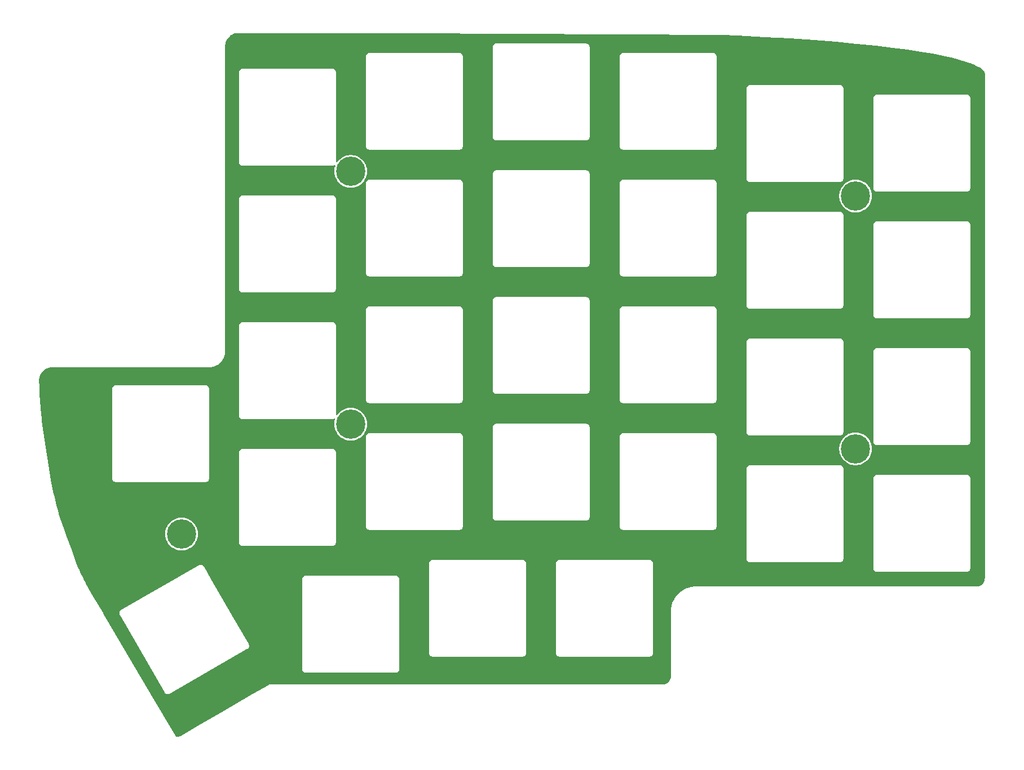
<source format=gtl>
G04 #@! TF.GenerationSoftware,KiCad,Pcbnew,9.0.1*
G04 #@! TF.CreationDate,2025-05-10T22:11:09+12:00*
G04 #@! TF.ProjectId,Plate,506c6174-652e-46b6-9963-61645f706362,v1.0.0*
G04 #@! TF.SameCoordinates,Original*
G04 #@! TF.FileFunction,Copper,L1,Top*
G04 #@! TF.FilePolarity,Positive*
%FSLAX46Y46*%
G04 Gerber Fmt 4.6, Leading zero omitted, Abs format (unit mm)*
G04 Created by KiCad (PCBNEW 9.0.1) date 2025-05-10 22:11:09*
%MOMM*%
%LPD*%
G01*
G04 APERTURE LIST*
G04 #@! TA.AperFunction,ComponentPad*
%ADD10C,4.400000*%
G04 #@! TD*
G04 APERTURE END LIST*
D10*
X203400000Y-109200000D03*
X127600000Y-105500000D03*
X203400000Y-71200000D03*
X127600000Y-67500000D03*
X102200000Y-122000000D03*
G04 #@! TA.AperFunction,NonConductor*
G36*
X136034422Y-46693271D02*
G01*
X136254332Y-46694803D01*
X183284147Y-47022537D01*
X183287816Y-47022617D01*
X185695723Y-47111792D01*
X185696601Y-47111829D01*
X189735939Y-47300195D01*
X189736947Y-47300247D01*
X193563530Y-47517147D01*
X193564760Y-47517223D01*
X197157317Y-47758993D01*
X197158402Y-47759072D01*
X200499627Y-48021739D01*
X200500962Y-48021851D01*
X203578941Y-48301313D01*
X203580392Y-48301454D01*
X206388447Y-48593584D01*
X206390099Y-48593767D01*
X208926737Y-48894538D01*
X208928485Y-48894760D01*
X211196653Y-49200276D01*
X211198824Y-49200588D01*
X213206394Y-49507306D01*
X213208757Y-49507692D01*
X214966765Y-49812325D01*
X214969497Y-49812831D01*
X216492107Y-50112467D01*
X216495216Y-50113122D01*
X217798480Y-50405157D01*
X217802120Y-50406030D01*
X218718042Y-50640664D01*
X218903643Y-50688210D01*
X218907966Y-50689400D01*
X219826029Y-50959729D01*
X219831092Y-50961337D01*
X220584259Y-51218078D01*
X220590223Y-51220280D01*
X220605912Y-51226528D01*
X221196840Y-51461864D01*
X221203856Y-51464910D01*
X221681545Y-51689800D01*
X221689843Y-51694090D01*
X222042932Y-51893649D01*
X222055365Y-51900676D01*
X222065122Y-51906795D01*
X222307192Y-52074500D01*
X222334345Y-52093311D01*
X222345550Y-52102049D01*
X222533548Y-52266506D01*
X222545884Y-52278911D01*
X222667412Y-52419407D01*
X222679922Y-52436616D01*
X222749977Y-52552418D01*
X222760791Y-52575155D01*
X222794412Y-52669045D01*
X222800911Y-52696685D01*
X222813183Y-52800167D01*
X222814060Y-52815005D01*
X222814060Y-128630637D01*
X222813656Y-128640724D01*
X222797814Y-128837978D01*
X222794548Y-128858081D01*
X222751306Y-129033298D01*
X222744812Y-129052686D01*
X222673740Y-129218741D01*
X222664197Y-129236822D01*
X222566482Y-129390334D01*
X222554140Y-129406635D01*
X222426841Y-129549083D01*
X222415920Y-129559896D01*
X222352451Y-129615501D01*
X222344445Y-129621958D01*
X222270363Y-129676862D01*
X222261835Y-129682657D01*
X222183848Y-129731111D01*
X222174833Y-129736211D01*
X222092721Y-129778306D01*
X222083300Y-129782655D01*
X221998761Y-129817538D01*
X221988981Y-129821108D01*
X221900924Y-129849188D01*
X221890881Y-129851939D01*
X221801636Y-129872461D01*
X221791411Y-129874372D01*
X221701039Y-129887425D01*
X221689436Y-129888556D01*
X221570518Y-129894612D01*
X221561378Y-129895078D01*
X221554972Y-129895241D01*
X179468920Y-129895241D01*
X179464407Y-129893565D01*
X179419265Y-129895241D01*
X179374077Y-129895241D01*
X179373554Y-129895345D01*
X179353666Y-129897675D01*
X179212206Y-129902927D01*
X179191590Y-129903692D01*
X179183639Y-129901308D01*
X179142101Y-129905529D01*
X179138037Y-129905680D01*
X179138035Y-129905681D01*
X179100307Y-129907082D01*
X179088629Y-129909859D01*
X179072225Y-129912630D01*
X179006716Y-129919288D01*
X178988778Y-129919827D01*
X178981479Y-129919525D01*
X178942238Y-129925657D01*
X178942239Y-129925658D01*
X178938883Y-129926182D01*
X178896030Y-129930538D01*
X178889901Y-129933837D01*
X178871571Y-129936702D01*
X178807571Y-129946704D01*
X178789705Y-129948205D01*
X178782361Y-129948297D01*
X178743535Y-129956527D01*
X178736870Y-129957753D01*
X178697657Y-129963882D01*
X178690757Y-129966412D01*
X178673524Y-129971369D01*
X178609396Y-129984963D01*
X178591649Y-129987423D01*
X178584286Y-129987913D01*
X178545999Y-129998216D01*
X178539391Y-129999805D01*
X178500557Y-130008037D01*
X178493762Y-130010952D01*
X178476840Y-130016824D01*
X178414918Y-130033486D01*
X178397325Y-130036900D01*
X178389990Y-130037788D01*
X178389986Y-130037789D01*
X178352267Y-130050155D01*
X178345775Y-130052091D01*
X178307474Y-130062397D01*
X178300846Y-130065674D01*
X178284264Y-130072450D01*
X178222407Y-130092731D01*
X178205018Y-130097090D01*
X178197755Y-130098369D01*
X178160773Y-130112745D01*
X178154383Y-130115033D01*
X178116684Y-130127394D01*
X178110257Y-130131016D01*
X178094057Y-130138681D01*
X178034339Y-130161895D01*
X178017216Y-130167184D01*
X178010052Y-130168849D01*
X177973889Y-130185200D01*
X177967636Y-130187827D01*
X177930648Y-130202206D01*
X177924438Y-130206162D01*
X177908671Y-130214690D01*
X177849451Y-130241467D01*
X177832626Y-130247674D01*
X177825584Y-130249715D01*
X177790341Y-130267995D01*
X177784244Y-130270952D01*
X177748073Y-130287307D01*
X177742105Y-130291577D01*
X177726819Y-130300942D01*
X177669760Y-130330538D01*
X177653277Y-130337647D01*
X177646403Y-130340046D01*
X177612181Y-130360198D01*
X177606266Y-130363471D01*
X177571003Y-130381762D01*
X177565309Y-130386318D01*
X177550535Y-130396500D01*
X177494515Y-130429489D01*
X177478432Y-130437475D01*
X177471717Y-130440231D01*
X177438601Y-130462205D01*
X177432876Y-130465787D01*
X177398654Y-130485940D01*
X177393241Y-130490770D01*
X177379023Y-130501740D01*
X177325223Y-130537439D01*
X177309570Y-130546286D01*
X177303069Y-130549370D01*
X177271175Y-130573085D01*
X177265661Y-130576960D01*
X177232533Y-130598942D01*
X177227425Y-130604018D01*
X177213801Y-130615746D01*
X177161671Y-130654507D01*
X177146506Y-130664183D01*
X177140210Y-130667593D01*
X177109602Y-130692999D01*
X177104314Y-130697155D01*
X177072411Y-130720877D01*
X177067599Y-130726199D01*
X177054622Y-130738637D01*
X177003227Y-130781299D01*
X176988209Y-130790232D01*
X176988746Y-130791058D01*
X176978340Y-130797823D01*
X176953453Y-130822090D01*
X176953454Y-130822091D01*
X176949841Y-130825614D01*
X176919224Y-130851030D01*
X176914400Y-130860175D01*
X176900183Y-130874040D01*
X176713140Y-131056439D01*
X176697131Y-131068107D01*
X176687999Y-131075537D01*
X176669026Y-131098459D01*
X176664741Y-131103635D01*
X176638637Y-131129093D01*
X176633221Y-131141716D01*
X176621648Y-131155699D01*
X176621646Y-131155703D01*
X176452341Y-131360249D01*
X176437704Y-131373516D01*
X176429381Y-131381908D01*
X176412944Y-131406728D01*
X176404962Y-131417490D01*
X176385982Y-131440422D01*
X176380367Y-131450822D01*
X176371918Y-131468682D01*
X176225972Y-131689076D01*
X176225971Y-131689078D01*
X176215948Y-131704212D01*
X176205439Y-131713060D01*
X176188659Y-131745418D01*
X176184946Y-131751026D01*
X176184944Y-131751031D01*
X176168515Y-131775842D01*
X176164048Y-131786752D01*
X176157535Y-131805443D01*
X176036425Y-132039013D01*
X176028073Y-132055119D01*
X176018556Y-132065047D01*
X176005315Y-132099009D01*
X176002217Y-132104986D01*
X175988533Y-132131377D01*
X175985267Y-132142650D01*
X175980766Y-132161985D01*
X175885543Y-132406258D01*
X175878953Y-132423161D01*
X175870546Y-132434047D01*
X175860997Y-132469226D01*
X175858554Y-132475494D01*
X175847757Y-132503191D01*
X175845711Y-132514737D01*
X175843294Y-132534451D01*
X175774676Y-132787268D01*
X175769922Y-132804786D01*
X175762730Y-132816485D01*
X175756970Y-132852502D01*
X175755211Y-132858987D01*
X175755210Y-132858988D01*
X175747416Y-132887705D01*
X175746602Y-132899528D01*
X175746298Y-132919256D01*
X175704796Y-133178834D01*
X175701926Y-133196789D01*
X175696041Y-133209123D01*
X175694120Y-133245611D01*
X175693065Y-133252213D01*
X175693065Y-133252216D01*
X175688350Y-133281702D01*
X175688812Y-133293903D01*
X175690565Y-133313156D01*
X175679302Y-133527140D01*
X175676014Y-133589619D01*
X175673408Y-133595913D01*
X175673408Y-133639144D01*
X175673234Y-133642451D01*
X175673234Y-133642453D01*
X175671135Y-133682336D01*
X175672108Y-133689058D01*
X175673408Y-133707109D01*
X175673408Y-143352560D01*
X175673004Y-143362647D01*
X175657162Y-143559901D01*
X175653896Y-143580004D01*
X175610654Y-143755221D01*
X175604160Y-143774609D01*
X175533088Y-143940664D01*
X175523545Y-143958745D01*
X175425830Y-144112257D01*
X175413488Y-144128558D01*
X175286189Y-144271006D01*
X175275268Y-144281819D01*
X175211799Y-144337424D01*
X175203793Y-144343881D01*
X175129711Y-144398785D01*
X175121183Y-144404580D01*
X175043196Y-144453034D01*
X175034182Y-144458133D01*
X174952066Y-144500231D01*
X174942662Y-144504572D01*
X174858110Y-144539460D01*
X174848337Y-144543028D01*
X174760270Y-144571112D01*
X174750226Y-144573863D01*
X174660985Y-144594384D01*
X174650760Y-144596295D01*
X174560388Y-144609348D01*
X174548785Y-144610479D01*
X174429722Y-144616542D01*
X174420726Y-144617001D01*
X174414320Y-144617164D01*
X115503500Y-144617164D01*
X115483273Y-144611770D01*
X115442678Y-144617164D01*
X115417906Y-144617164D01*
X115417904Y-144617164D01*
X115410479Y-144618641D01*
X115389841Y-144624184D01*
X115384488Y-144624895D01*
X115384485Y-144624896D01*
X115354598Y-144642198D01*
X115347385Y-144646373D01*
X115325837Y-144655300D01*
X115317407Y-144663728D01*
X115303122Y-144671999D01*
X115303117Y-144672004D01*
X112869677Y-146080838D01*
X108111657Y-148835481D01*
X108111656Y-148835481D01*
X104566786Y-150887774D01*
X101988698Y-152380351D01*
X101975792Y-152386409D01*
X101934476Y-152411699D01*
X101931830Y-152413275D01*
X101889885Y-152437560D01*
X101878407Y-152446020D01*
X101834413Y-152472951D01*
X101816171Y-152482173D01*
X101785192Y-152494795D01*
X101770991Y-152499618D01*
X101765882Y-152501020D01*
X101731061Y-152510573D01*
X101716620Y-152513639D01*
X101674646Y-152520004D01*
X101660042Y-152521355D01*
X101628553Y-152522427D01*
X101606761Y-152521278D01*
X101515316Y-152508449D01*
X101486938Y-152501020D01*
X101417659Y-152473932D01*
X101391197Y-152459744D01*
X101335932Y-152420988D01*
X101313161Y-152400465D01*
X101262723Y-152342411D01*
X101249209Y-152323613D01*
X97580424Y-146080839D01*
X93909630Y-139834646D01*
X93909630Y-139834645D01*
X90545336Y-134109992D01*
X90441879Y-133933950D01*
X90402981Y-133867762D01*
X92859897Y-133867762D01*
X92869160Y-133991450D01*
X92869161Y-133991458D01*
X92905714Y-134109992D01*
X92905715Y-134109995D01*
X92905954Y-134110408D01*
X92911817Y-134120564D01*
X92911819Y-134120577D01*
X92936721Y-134163708D01*
X92936726Y-134163716D01*
X92936726Y-134163718D01*
X92936728Y-134163720D01*
X92964663Y-134212117D01*
X92964700Y-134212169D01*
X99636464Y-145768006D01*
X99636467Y-145768012D01*
X99639649Y-145773524D01*
X99639650Y-145773525D01*
X99654635Y-145799478D01*
X99654636Y-145799482D01*
X99654637Y-145799482D01*
X99661735Y-145811776D01*
X99661736Y-145811777D01*
X99692643Y-145865311D01*
X99692768Y-145865480D01*
X99777139Y-145956408D01*
X99777140Y-145956409D01*
X99879630Y-146026287D01*
X99879631Y-146026287D01*
X99879632Y-146026288D01*
X99879635Y-146026289D01*
X99995099Y-146071608D01*
X100117757Y-146090102D01*
X100117760Y-146090101D01*
X100117762Y-146090102D01*
X100173983Y-146085891D01*
X100241456Y-146080839D01*
X100359993Y-146044285D01*
X100370564Y-146038182D01*
X100370577Y-146038181D01*
X100415839Y-146012047D01*
X100415842Y-146012047D01*
X100415842Y-146012046D01*
X100451963Y-145991198D01*
X100451963Y-145991196D01*
X100463379Y-145984608D01*
X100463431Y-145984570D01*
X112023522Y-139310350D01*
X112023525Y-139310350D01*
X112050567Y-139294735D01*
X112104923Y-139263354D01*
X112104923Y-139263353D01*
X112115307Y-139257359D01*
X112115473Y-139257236D01*
X112115473Y-139257235D01*
X112115478Y-139257233D01*
X112206409Y-139172860D01*
X112276287Y-139070370D01*
X112321608Y-138954901D01*
X112340102Y-138832243D01*
X112336695Y-138786751D01*
X112330839Y-138708549D01*
X112330839Y-138708544D01*
X112294285Y-138590007D01*
X112288182Y-138579435D01*
X112288181Y-138579423D01*
X112262062Y-138534184D01*
X112241198Y-138498037D01*
X112241196Y-138498035D01*
X112235511Y-138488186D01*
X112235472Y-138488130D01*
X109760857Y-134201971D01*
X106620651Y-128762974D01*
X120324500Y-128762974D01*
X120324500Y-128775172D01*
X120324500Y-142230830D01*
X120324500Y-142275000D01*
X120324500Y-142337026D01*
X120352105Y-142457969D01*
X120405929Y-142569737D01*
X120483275Y-142666725D01*
X120580263Y-142744071D01*
X120692031Y-142797895D01*
X120812974Y-142825500D01*
X120812977Y-142825500D01*
X134387023Y-142825500D01*
X134387026Y-142825500D01*
X134507969Y-142797895D01*
X134619737Y-142744071D01*
X134716725Y-142666725D01*
X134794071Y-142569737D01*
X134847895Y-142457969D01*
X134875500Y-142337026D01*
X134875500Y-142275000D01*
X134875500Y-142230830D01*
X134875500Y-128775172D01*
X134875500Y-128762974D01*
X134847895Y-128642031D01*
X134794071Y-128530263D01*
X134716725Y-128433275D01*
X134619737Y-128355929D01*
X134507969Y-128302105D01*
X134387026Y-128274500D01*
X134374828Y-128274500D01*
X120919170Y-128274500D01*
X120875000Y-128274500D01*
X120812974Y-128274500D01*
X120692031Y-128302105D01*
X120692026Y-128302107D01*
X120580265Y-128355928D01*
X120580263Y-128355929D01*
X120483275Y-128433275D01*
X120405929Y-128530263D01*
X120405928Y-128530264D01*
X120405928Y-128530265D01*
X120364581Y-128616125D01*
X120352105Y-128642031D01*
X120324500Y-128762974D01*
X106620651Y-128762974D01*
X105560350Y-126926479D01*
X105560350Y-126926475D01*
X105538264Y-126888223D01*
X105538263Y-126888223D01*
X105513353Y-126845077D01*
X105513352Y-126845076D01*
X105507363Y-126834702D01*
X105507271Y-126834573D01*
X105507231Y-126834519D01*
X105422860Y-126743591D01*
X105320367Y-126673711D01*
X105320364Y-126673710D01*
X105204904Y-126628393D01*
X105204898Y-126628391D01*
X105082243Y-126609898D01*
X105082237Y-126609897D01*
X104958549Y-126619160D01*
X104958542Y-126619161D01*
X104840008Y-126655714D01*
X104840006Y-126655715D01*
X104839556Y-126655974D01*
X104839234Y-126656160D01*
X104829432Y-126661817D01*
X104829423Y-126661819D01*
X104796950Y-126680566D01*
X104786061Y-126686852D01*
X104784192Y-126687932D01*
X104784183Y-126687937D01*
X104739484Y-126713737D01*
X104739422Y-126713780D01*
X93184118Y-133385237D01*
X93184119Y-133385238D01*
X93176479Y-133389649D01*
X93176475Y-133389650D01*
X93138223Y-133411736D01*
X93095077Y-133436647D01*
X93095044Y-133436687D01*
X93084820Y-133442593D01*
X93084821Y-133442593D01*
X93084527Y-133442762D01*
X93084524Y-133442764D01*
X92993591Y-133527139D01*
X92923711Y-133629632D01*
X92923710Y-133629635D01*
X92878393Y-133745095D01*
X92878391Y-133745101D01*
X92859898Y-133867756D01*
X92859897Y-133867762D01*
X90402981Y-133867762D01*
X88942083Y-131381910D01*
X87822634Y-129477066D01*
X87818964Y-129470362D01*
X87767335Y-129368871D01*
X87675995Y-129189316D01*
X87675413Y-129188156D01*
X87570651Y-128976681D01*
X87363262Y-128558038D01*
X87362476Y-128556423D01*
X87059114Y-127921250D01*
X87058353Y-127919628D01*
X86757852Y-127266732D01*
X86757123Y-127265117D01*
X86702854Y-127142704D01*
X86465222Y-126606689D01*
X86464547Y-126605136D01*
X86387667Y-126425000D01*
X86372042Y-126388389D01*
X86369387Y-126381632D01*
X86363723Y-126365900D01*
X86362670Y-126362974D01*
X139374500Y-126362974D01*
X139374500Y-126375172D01*
X139374500Y-139830830D01*
X139374500Y-139875000D01*
X139374500Y-139937026D01*
X139402105Y-140057969D01*
X139455929Y-140169737D01*
X139533275Y-140266725D01*
X139630263Y-140344071D01*
X139742031Y-140397895D01*
X139862974Y-140425500D01*
X139862977Y-140425500D01*
X153437023Y-140425500D01*
X153437026Y-140425500D01*
X153557969Y-140397895D01*
X153669737Y-140344071D01*
X153766725Y-140266725D01*
X153844071Y-140169737D01*
X153897895Y-140057969D01*
X153925500Y-139937026D01*
X153925500Y-139875000D01*
X153925500Y-139830830D01*
X153925500Y-126375172D01*
X153925500Y-126362974D01*
X158424500Y-126362974D01*
X158424500Y-126375172D01*
X158424500Y-139830830D01*
X158424500Y-139875000D01*
X158424500Y-139937026D01*
X158452105Y-140057969D01*
X158505929Y-140169737D01*
X158583275Y-140266725D01*
X158680263Y-140344071D01*
X158792031Y-140397895D01*
X158912974Y-140425500D01*
X158912977Y-140425500D01*
X172487023Y-140425500D01*
X172487026Y-140425500D01*
X172607969Y-140397895D01*
X172719737Y-140344071D01*
X172816725Y-140266725D01*
X172894071Y-140169737D01*
X172947895Y-140057969D01*
X172975500Y-139937026D01*
X172975500Y-139875000D01*
X172975500Y-139830830D01*
X172975500Y-126375172D01*
X172975500Y-126362974D01*
X172947895Y-126242031D01*
X172894071Y-126130263D01*
X172816725Y-126033275D01*
X172719737Y-125955929D01*
X172607969Y-125902105D01*
X172487026Y-125874500D01*
X172474828Y-125874500D01*
X159019170Y-125874500D01*
X158975000Y-125874500D01*
X158912974Y-125874500D01*
X158792031Y-125902105D01*
X158792026Y-125902107D01*
X158680265Y-125955928D01*
X158680263Y-125955929D01*
X158583275Y-126033275D01*
X158505929Y-126130263D01*
X158505928Y-126130264D01*
X158505928Y-126130265D01*
X158460066Y-126225500D01*
X158452105Y-126242031D01*
X158424500Y-126362974D01*
X153925500Y-126362974D01*
X153897895Y-126242031D01*
X153844071Y-126130263D01*
X153766725Y-126033275D01*
X153669737Y-125955929D01*
X153557969Y-125902105D01*
X153437026Y-125874500D01*
X153424828Y-125874500D01*
X139969170Y-125874500D01*
X139925000Y-125874500D01*
X139862974Y-125874500D01*
X139742031Y-125902105D01*
X139742026Y-125902107D01*
X139630265Y-125955928D01*
X139630263Y-125955929D01*
X139533275Y-126033275D01*
X139455929Y-126130263D01*
X139455928Y-126130264D01*
X139455928Y-126130265D01*
X139410066Y-126225500D01*
X139402105Y-126242031D01*
X139374500Y-126362974D01*
X86362670Y-126362974D01*
X85565319Y-124148109D01*
X84756550Y-121901527D01*
X84742457Y-121862381D01*
X99749500Y-121862381D01*
X99749500Y-122137618D01*
X99780317Y-122411124D01*
X99812202Y-122550819D01*
X99841562Y-122679454D01*
X99841564Y-122679460D01*
X99841563Y-122679460D01*
X99932459Y-122939225D01*
X99932464Y-122939239D01*
X99932466Y-122939243D01*
X100051886Y-123187221D01*
X100051890Y-123187227D01*
X100198319Y-123420268D01*
X100369927Y-123635458D01*
X100564541Y-123830072D01*
X100564545Y-123830075D01*
X100779732Y-124001681D01*
X101012779Y-124148114D01*
X101260757Y-124267534D01*
X101260772Y-124267539D01*
X101260774Y-124267540D01*
X101520539Y-124358436D01*
X101520542Y-124358436D01*
X101520546Y-124358438D01*
X101788879Y-124419683D01*
X101982816Y-124441534D01*
X102062381Y-124450500D01*
X102062383Y-124450500D01*
X102337619Y-124450500D01*
X102407079Y-124442673D01*
X102611121Y-124419683D01*
X102879454Y-124358438D01*
X103139243Y-124267534D01*
X103387221Y-124148114D01*
X103620268Y-124001681D01*
X103835455Y-123830075D01*
X104030075Y-123635455D01*
X104201681Y-123420268D01*
X104348114Y-123187221D01*
X104467534Y-122939243D01*
X104558438Y-122679454D01*
X104619683Y-122411121D01*
X104650500Y-122137617D01*
X104650500Y-121862383D01*
X104619683Y-121588879D01*
X104558438Y-121320546D01*
X104467534Y-121060757D01*
X104348114Y-120812779D01*
X104201681Y-120579732D01*
X104030075Y-120364545D01*
X104030072Y-120364541D01*
X103835458Y-120169927D01*
X103620268Y-119998319D01*
X103583952Y-119975500D01*
X103387221Y-119851886D01*
X103139243Y-119732466D01*
X103139239Y-119732464D01*
X103139225Y-119732459D01*
X102879460Y-119641563D01*
X102611124Y-119580317D01*
X102337619Y-119549500D01*
X102337617Y-119549500D01*
X102062383Y-119549500D01*
X102062381Y-119549500D01*
X101788875Y-119580317D01*
X101520539Y-119641563D01*
X101260774Y-119732459D01*
X101260754Y-119732467D01*
X101158040Y-119781931D01*
X101012779Y-119851886D01*
X101012774Y-119851888D01*
X101012772Y-119851890D01*
X100779731Y-119998319D01*
X100564541Y-120169927D01*
X100369927Y-120364541D01*
X100198319Y-120579731D01*
X100051890Y-120812772D01*
X100051886Y-120812779D01*
X100046001Y-120825000D01*
X99932467Y-121060754D01*
X99932459Y-121060774D01*
X99841563Y-121320539D01*
X99780317Y-121588875D01*
X99749500Y-121862381D01*
X84742457Y-121862381D01*
X84055493Y-119954147D01*
X84053138Y-119946930D01*
X83865031Y-119305576D01*
X83864602Y-119304079D01*
X83640114Y-118502132D01*
X83639771Y-118500879D01*
X83424809Y-117695210D01*
X83424434Y-117693769D01*
X83214280Y-116866186D01*
X83213937Y-116864800D01*
X83052330Y-116195048D01*
X83013447Y-116033903D01*
X83013110Y-116032466D01*
X82817800Y-115179113D01*
X82817546Y-115177973D01*
X82642190Y-114368633D01*
X82640845Y-114361410D01*
X82565138Y-113876884D01*
X81279290Y-105647465D01*
X81278472Y-105641177D01*
X81213044Y-105015210D01*
X81212916Y-105013921D01*
X81170820Y-104566724D01*
X81118735Y-104013419D01*
X81118647Y-104012434D01*
X81034936Y-103014242D01*
X81034837Y-103012976D01*
X81034127Y-103003339D01*
X80959538Y-101991350D01*
X80959471Y-101990378D01*
X80894666Y-100972297D01*
X80894596Y-100971099D01*
X80892147Y-100925500D01*
X80848516Y-100112974D01*
X91774500Y-100112974D01*
X91774500Y-100125172D01*
X91774500Y-113580830D01*
X91774500Y-113625000D01*
X91774500Y-113687026D01*
X91802105Y-113807969D01*
X91855929Y-113919737D01*
X91933275Y-114016725D01*
X92030263Y-114094071D01*
X92142031Y-114147895D01*
X92262974Y-114175500D01*
X92262977Y-114175500D01*
X105837023Y-114175500D01*
X105837026Y-114175500D01*
X105957969Y-114147895D01*
X106069737Y-114094071D01*
X106166725Y-114016725D01*
X106244071Y-113919737D01*
X106297895Y-113807969D01*
X106325500Y-113687026D01*
X106325500Y-113625000D01*
X106325500Y-113580830D01*
X106325500Y-109712974D01*
X110824500Y-109712974D01*
X110824500Y-109725172D01*
X110824500Y-123180830D01*
X110824500Y-123225000D01*
X110824500Y-123287026D01*
X110852105Y-123407969D01*
X110905929Y-123519737D01*
X110983275Y-123616725D01*
X111080263Y-123694071D01*
X111192031Y-123747895D01*
X111312974Y-123775500D01*
X111312977Y-123775500D01*
X124887023Y-123775500D01*
X124887026Y-123775500D01*
X125007969Y-123747895D01*
X125119737Y-123694071D01*
X125216725Y-123616725D01*
X125294071Y-123519737D01*
X125347895Y-123407969D01*
X125375500Y-123287026D01*
X125375500Y-123225000D01*
X125375500Y-123180830D01*
X125375500Y-109725172D01*
X125375500Y-109712974D01*
X125347895Y-109592031D01*
X125294071Y-109480263D01*
X125216725Y-109383275D01*
X125119737Y-109305929D01*
X125007969Y-109252105D01*
X124887026Y-109224500D01*
X124874828Y-109224500D01*
X111419170Y-109224500D01*
X111375000Y-109224500D01*
X111312974Y-109224500D01*
X111192031Y-109252105D01*
X111192026Y-109252107D01*
X111080265Y-109305928D01*
X111080263Y-109305929D01*
X110983275Y-109383275D01*
X110905929Y-109480263D01*
X110852105Y-109592031D01*
X110824500Y-109712974D01*
X106325500Y-109712974D01*
X106325500Y-100125172D01*
X106325500Y-100112974D01*
X106297895Y-99992031D01*
X106244071Y-99880263D01*
X106166725Y-99783275D01*
X106069737Y-99705929D01*
X105957969Y-99652105D01*
X105837026Y-99624500D01*
X105824828Y-99624500D01*
X92369170Y-99624500D01*
X92325000Y-99624500D01*
X92262974Y-99624500D01*
X92142031Y-99652105D01*
X92142026Y-99652107D01*
X92030265Y-99705928D01*
X92030263Y-99705929D01*
X91933275Y-99783275D01*
X91855929Y-99880263D01*
X91855928Y-99880264D01*
X91855928Y-99880265D01*
X91831734Y-99930506D01*
X91802105Y-99992031D01*
X91774500Y-100112974D01*
X80848516Y-100112974D01*
X80838716Y-99930468D01*
X80838658Y-99929268D01*
X80793910Y-98908429D01*
X80793910Y-98897429D01*
X80801474Y-98724715D01*
X80802280Y-98714978D01*
X80817400Y-98590988D01*
X80818702Y-98582644D01*
X80842080Y-98460017D01*
X80843939Y-98451788D01*
X80875496Y-98331123D01*
X80877929Y-98322963D01*
X80886460Y-98297521D01*
X80917074Y-98206219D01*
X80920059Y-98198228D01*
X80967099Y-98084262D01*
X80970625Y-98076481D01*
X81024836Y-97966923D01*
X81028881Y-97959405D01*
X81090493Y-97853660D01*
X81095061Y-97846402D01*
X81146828Y-97770028D01*
X81163379Y-97745609D01*
X81168396Y-97738723D01*
X81243418Y-97642800D01*
X81248898Y-97636263D01*
X81325836Y-97550596D01*
X81334870Y-97541514D01*
X81519085Y-97374282D01*
X81532473Y-97363692D01*
X81731973Y-97226791D01*
X81746634Y-97218126D01*
X81962947Y-97109313D01*
X81978563Y-97102735D01*
X82208700Y-97023578D01*
X82224936Y-97019184D01*
X82466459Y-96970870D01*
X82482943Y-96968692D01*
X82749168Y-96951320D01*
X82757370Y-96951054D01*
X106246202Y-96951151D01*
X106254324Y-96953901D01*
X106295754Y-96951151D01*
X106337284Y-96951152D01*
X106337287Y-96951150D01*
X106349461Y-96948730D01*
X106349772Y-96950297D01*
X106365909Y-96946496D01*
X106566575Y-96933181D01*
X106583460Y-96936477D01*
X106615862Y-96929910D01*
X106648850Y-96927722D01*
X106649251Y-96927523D01*
X106649557Y-96927373D01*
X106680356Y-96916841D01*
X106888004Y-96874764D01*
X106905254Y-96875774D01*
X106936410Y-96864955D01*
X106968739Y-96858404D01*
X106969491Y-96857897D01*
X106998535Y-96843381D01*
X107198485Y-96773950D01*
X107215726Y-96772640D01*
X107245142Y-96757749D01*
X107276292Y-96746933D01*
X107276980Y-96746320D01*
X107303810Y-96728051D01*
X107493445Y-96632059D01*
X107510343Y-96628455D01*
X107537512Y-96609753D01*
X107566944Y-96594855D01*
X107567537Y-96594164D01*
X107591681Y-96572466D01*
X107767873Y-96451185D01*
X107784137Y-96445352D01*
X107808563Y-96423177D01*
X107835732Y-96404476D01*
X107836223Y-96403718D01*
X107857251Y-96378977D01*
X108013390Y-96237231D01*
X108025129Y-96231630D01*
X108050008Y-96203989D01*
X108077546Y-96178990D01*
X108077547Y-96178987D01*
X108084931Y-96169015D01*
X108085025Y-96169084D01*
X108095484Y-96153464D01*
X108116595Y-96130010D01*
X108129602Y-96119613D01*
X108128603Y-96118448D01*
X108138024Y-96110367D01*
X108138024Y-96110366D01*
X108138027Y-96110365D01*
X108163579Y-96077812D01*
X108191270Y-96047048D01*
X108194178Y-96038829D01*
X108222567Y-96002662D01*
X108234850Y-95991409D01*
X108233777Y-95990317D01*
X108242627Y-95981623D01*
X108242631Y-95981621D01*
X108263543Y-95950921D01*
X108268537Y-95944097D01*
X108291470Y-95914884D01*
X108291471Y-95914879D01*
X108297080Y-95903815D01*
X108298137Y-95904350D01*
X108305462Y-95889388D01*
X108319612Y-95868617D01*
X108331111Y-95856534D01*
X108329984Y-95855532D01*
X108338225Y-95846261D01*
X108338228Y-95846259D01*
X108359140Y-95810592D01*
X108382419Y-95776422D01*
X108384204Y-95767846D01*
X108407632Y-95727891D01*
X108418288Y-95715058D01*
X108417099Y-95714137D01*
X108424690Y-95704330D01*
X108424698Y-95704324D01*
X108441239Y-95671145D01*
X108445289Y-95663668D01*
X108464044Y-95631683D01*
X108464044Y-95631679D01*
X108468113Y-95619955D01*
X108469221Y-95620339D01*
X108474462Y-95604507D01*
X108476317Y-95600784D01*
X108485629Y-95582106D01*
X108495412Y-95568570D01*
X108494159Y-95567730D01*
X108501072Y-95557423D01*
X108501076Y-95557420D01*
X108516952Y-95519282D01*
X108535381Y-95482320D01*
X108535994Y-95473542D01*
X108553877Y-95430584D01*
X108562710Y-95416419D01*
X108561411Y-95415671D01*
X108567608Y-95404915D01*
X108579472Y-95369864D01*
X108580847Y-95365802D01*
X108596720Y-95327675D01*
X108596735Y-95318863D01*
X108611369Y-95275629D01*
X108619224Y-95260881D01*
X108617879Y-95260224D01*
X108623324Y-95249080D01*
X108623329Y-95249075D01*
X108633872Y-95209152D01*
X108647107Y-95170054D01*
X108646522Y-95161252D01*
X108658486Y-95115950D01*
X108665311Y-95100706D01*
X108663926Y-95100143D01*
X108668600Y-95088652D01*
X108668604Y-95088648D01*
X108676405Y-95048100D01*
X108686950Y-95008175D01*
X108685768Y-94999441D01*
X108694455Y-94954294D01*
X108700225Y-94938625D01*
X108698801Y-94938156D01*
X108702685Y-94926371D01*
X108702687Y-94926369D01*
X108703848Y-94916898D01*
X108707196Y-94889617D01*
X108707719Y-94885353D01*
X108715522Y-94844805D01*
X108713751Y-94836187D01*
X108719795Y-94786916D01*
X108724581Y-94770241D01*
X108723548Y-94769988D01*
X108726501Y-94757933D01*
X108726500Y-94757933D01*
X108726502Y-94757931D01*
X108728042Y-94722848D01*
X108728855Y-94713074D01*
X108733135Y-94678204D01*
X108733133Y-94678200D01*
X108732214Y-94665827D01*
X108733274Y-94665748D01*
X108731309Y-94648511D01*
X108735386Y-94555739D01*
X108737565Y-94550480D01*
X108737565Y-94506170D01*
X108737685Y-94503440D01*
X108737686Y-94503401D01*
X108738048Y-94495155D01*
X108739511Y-94461868D01*
X108739510Y-94461864D01*
X108739026Y-94458709D01*
X108737565Y-94439580D01*
X108737565Y-90662974D01*
X110824500Y-90662974D01*
X110824500Y-90675172D01*
X110824500Y-104130830D01*
X110824500Y-104175000D01*
X110824500Y-104237026D01*
X110852105Y-104357969D01*
X110905929Y-104469737D01*
X110983275Y-104566725D01*
X111080263Y-104644071D01*
X111192031Y-104697895D01*
X111312974Y-104725500D01*
X111312977Y-104725500D01*
X124887023Y-104725500D01*
X124887026Y-104725500D01*
X125007969Y-104697895D01*
X125066525Y-104669696D01*
X125136573Y-104658162D01*
X125201742Y-104686330D01*
X125241336Y-104745261D01*
X125242785Y-104816243D01*
X125242273Y-104818075D01*
X125241565Y-104820532D01*
X125180317Y-105088875D01*
X125149500Y-105362381D01*
X125149500Y-105637618D01*
X125180317Y-105911124D01*
X125200070Y-105997667D01*
X125241562Y-106179454D01*
X125241564Y-106179460D01*
X125241563Y-106179460D01*
X125332459Y-106439225D01*
X125332464Y-106439239D01*
X125332466Y-106439243D01*
X125451886Y-106687221D01*
X125538144Y-106824500D01*
X125598319Y-106920268D01*
X125769927Y-107135458D01*
X125964541Y-107330072D01*
X126014515Y-107369925D01*
X126179732Y-107501681D01*
X126412779Y-107648114D01*
X126660757Y-107767534D01*
X126660772Y-107767539D01*
X126660774Y-107767540D01*
X126920539Y-107858436D01*
X126920542Y-107858436D01*
X126920546Y-107858438D01*
X127188879Y-107919683D01*
X127382816Y-107941534D01*
X127462381Y-107950500D01*
X127462383Y-107950500D01*
X127737619Y-107950500D01*
X127807792Y-107942593D01*
X128011121Y-107919683D01*
X128279454Y-107858438D01*
X128539243Y-107767534D01*
X128787221Y-107648114D01*
X129020268Y-107501681D01*
X129235455Y-107330075D01*
X129252556Y-107312974D01*
X129874500Y-107312974D01*
X129874500Y-107325172D01*
X129874500Y-120780830D01*
X129874500Y-120825000D01*
X129874500Y-120887026D01*
X129902105Y-121007969D01*
X129955929Y-121119737D01*
X130033275Y-121216725D01*
X130130263Y-121294071D01*
X130242031Y-121347895D01*
X130362974Y-121375500D01*
X130362977Y-121375500D01*
X143937023Y-121375500D01*
X143937026Y-121375500D01*
X144057969Y-121347895D01*
X144169737Y-121294071D01*
X144266725Y-121216725D01*
X144344071Y-121119737D01*
X144397895Y-121007969D01*
X144425500Y-120887026D01*
X144425500Y-120825000D01*
X144425500Y-120780830D01*
X144425500Y-107325172D01*
X144425500Y-107312974D01*
X144397895Y-107192031D01*
X144344071Y-107080263D01*
X144266725Y-106983275D01*
X144169737Y-106905929D01*
X144057969Y-106852105D01*
X143937026Y-106824500D01*
X143924828Y-106824500D01*
X130469170Y-106824500D01*
X130425000Y-106824500D01*
X130362974Y-106824500D01*
X130242031Y-106852105D01*
X130242026Y-106852107D01*
X130130265Y-106905928D01*
X130130263Y-106905929D01*
X130033275Y-106983275D01*
X129955929Y-107080263D01*
X129955928Y-107080264D01*
X129955928Y-107080265D01*
X129910066Y-107175500D01*
X129902105Y-107192031D01*
X129874500Y-107312974D01*
X129252556Y-107312974D01*
X129348728Y-107216803D01*
X129430072Y-107135458D01*
X129430075Y-107135455D01*
X129601681Y-106920268D01*
X129748114Y-106687221D01*
X129867534Y-106439243D01*
X129958438Y-106179454D01*
X130019260Y-105912974D01*
X148924500Y-105912974D01*
X148924500Y-105925172D01*
X148924500Y-119380830D01*
X148924500Y-119425000D01*
X148924500Y-119487026D01*
X148952105Y-119607969D01*
X149005929Y-119719737D01*
X149083275Y-119816725D01*
X149180263Y-119894071D01*
X149292031Y-119947895D01*
X149412974Y-119975500D01*
X149412977Y-119975500D01*
X162987023Y-119975500D01*
X162987026Y-119975500D01*
X163107969Y-119947895D01*
X163219737Y-119894071D01*
X163316725Y-119816725D01*
X163394071Y-119719737D01*
X163447895Y-119607969D01*
X163475500Y-119487026D01*
X163475500Y-119425000D01*
X163475500Y-119380830D01*
X163475500Y-107312974D01*
X167974500Y-107312974D01*
X167974500Y-107325172D01*
X167974500Y-120780830D01*
X167974500Y-120825000D01*
X167974500Y-120887026D01*
X168002105Y-121007969D01*
X168055929Y-121119737D01*
X168133275Y-121216725D01*
X168230263Y-121294071D01*
X168342031Y-121347895D01*
X168462974Y-121375500D01*
X168462977Y-121375500D01*
X182037023Y-121375500D01*
X182037026Y-121375500D01*
X182157969Y-121347895D01*
X182269737Y-121294071D01*
X182366725Y-121216725D01*
X182444071Y-121119737D01*
X182497895Y-121007969D01*
X182525500Y-120887026D01*
X182525500Y-120825000D01*
X182525500Y-120780830D01*
X182525500Y-112162974D01*
X187024500Y-112162974D01*
X187024500Y-112175172D01*
X187024500Y-125630830D01*
X187024500Y-125675000D01*
X187024500Y-125737026D01*
X187052105Y-125857969D01*
X187105929Y-125969737D01*
X187183275Y-126066725D01*
X187280263Y-126144071D01*
X187392031Y-126197895D01*
X187512974Y-126225500D01*
X187512977Y-126225500D01*
X201087023Y-126225500D01*
X201087026Y-126225500D01*
X201207969Y-126197895D01*
X201319737Y-126144071D01*
X201416725Y-126066725D01*
X201494071Y-125969737D01*
X201547895Y-125857969D01*
X201575500Y-125737026D01*
X201575500Y-125675000D01*
X201575500Y-125630830D01*
X201575500Y-113612974D01*
X206074500Y-113612974D01*
X206074500Y-113625172D01*
X206074500Y-127080830D01*
X206074500Y-127125000D01*
X206074500Y-127187026D01*
X206102105Y-127307969D01*
X206155929Y-127419737D01*
X206233275Y-127516725D01*
X206330263Y-127594071D01*
X206442031Y-127647895D01*
X206562974Y-127675500D01*
X206562977Y-127675500D01*
X220137023Y-127675500D01*
X220137026Y-127675500D01*
X220257969Y-127647895D01*
X220369737Y-127594071D01*
X220466725Y-127516725D01*
X220544071Y-127419737D01*
X220597895Y-127307969D01*
X220625500Y-127187026D01*
X220625500Y-127125000D01*
X220625500Y-127080830D01*
X220625500Y-113625172D01*
X220625500Y-113612974D01*
X220597895Y-113492031D01*
X220544071Y-113380263D01*
X220466725Y-113283275D01*
X220369737Y-113205929D01*
X220257969Y-113152105D01*
X220137026Y-113124500D01*
X220124828Y-113124500D01*
X206669170Y-113124500D01*
X206625000Y-113124500D01*
X206562974Y-113124500D01*
X206442031Y-113152105D01*
X206442026Y-113152107D01*
X206330265Y-113205928D01*
X206330263Y-113205929D01*
X206233275Y-113283275D01*
X206155929Y-113380263D01*
X206102105Y-113492031D01*
X206074500Y-113612974D01*
X201575500Y-113612974D01*
X201575500Y-112175172D01*
X201575500Y-112162974D01*
X201547895Y-112042031D01*
X201494071Y-111930263D01*
X201416725Y-111833275D01*
X201319737Y-111755929D01*
X201207969Y-111702105D01*
X201087026Y-111674500D01*
X201074828Y-111674500D01*
X187619170Y-111674500D01*
X187575000Y-111674500D01*
X187512974Y-111674500D01*
X187392031Y-111702105D01*
X187392026Y-111702107D01*
X187315745Y-111738842D01*
X187280263Y-111755929D01*
X187183275Y-111833275D01*
X187105929Y-111930263D01*
X187052105Y-112042031D01*
X187024500Y-112162974D01*
X182525500Y-112162974D01*
X182525500Y-109062381D01*
X200949500Y-109062381D01*
X200949500Y-109337618D01*
X200980317Y-109611124D01*
X201006348Y-109725172D01*
X201041562Y-109879454D01*
X201041564Y-109879460D01*
X201041563Y-109879460D01*
X201132459Y-110139225D01*
X201132464Y-110139239D01*
X201132466Y-110139243D01*
X201251886Y-110387221D01*
X201251890Y-110387227D01*
X201398319Y-110620268D01*
X201569927Y-110835458D01*
X201764541Y-111030072D01*
X201764545Y-111030075D01*
X201979732Y-111201681D01*
X202212779Y-111348114D01*
X202460757Y-111467534D01*
X202460772Y-111467539D01*
X202460774Y-111467540D01*
X202720539Y-111558436D01*
X202720542Y-111558436D01*
X202720546Y-111558438D01*
X202988879Y-111619683D01*
X203182816Y-111641534D01*
X203262381Y-111650500D01*
X203262383Y-111650500D01*
X203537619Y-111650500D01*
X203607079Y-111642673D01*
X203811121Y-111619683D01*
X204079454Y-111558438D01*
X204339243Y-111467534D01*
X204587221Y-111348114D01*
X204820268Y-111201681D01*
X205035455Y-111030075D01*
X205230075Y-110835455D01*
X205401681Y-110620268D01*
X205548114Y-110387221D01*
X205667534Y-110139243D01*
X205758438Y-109879454D01*
X205819683Y-109611121D01*
X205850500Y-109337617D01*
X205850500Y-109062383D01*
X205819683Y-108788879D01*
X205758438Y-108520546D01*
X205739605Y-108466725D01*
X205667540Y-108260774D01*
X205667539Y-108260772D01*
X205667534Y-108260757D01*
X205548114Y-108012779D01*
X205401681Y-107779732D01*
X205230075Y-107564545D01*
X205230072Y-107564541D01*
X205035458Y-107369927D01*
X204820268Y-107198319D01*
X204783952Y-107175500D01*
X204587221Y-107051886D01*
X204339243Y-106932466D01*
X204339239Y-106932464D01*
X204339225Y-106932459D01*
X204079460Y-106841563D01*
X203811124Y-106780317D01*
X203537619Y-106749500D01*
X203537617Y-106749500D01*
X203262383Y-106749500D01*
X203262381Y-106749500D01*
X202988875Y-106780317D01*
X202720539Y-106841563D01*
X202460774Y-106932459D01*
X202460754Y-106932467D01*
X202379413Y-106971639D01*
X202212779Y-107051886D01*
X202212774Y-107051888D01*
X202212772Y-107051890D01*
X201979731Y-107198319D01*
X201764541Y-107369927D01*
X201569927Y-107564541D01*
X201398319Y-107779731D01*
X201291018Y-107950500D01*
X201251886Y-108012779D01*
X201238728Y-108040102D01*
X201132467Y-108260754D01*
X201132459Y-108260774D01*
X201041563Y-108520539D01*
X200980317Y-108788875D01*
X200949500Y-109062381D01*
X182525500Y-109062381D01*
X182525500Y-107325172D01*
X182525500Y-107312974D01*
X182497895Y-107192031D01*
X182444071Y-107080263D01*
X182366725Y-106983275D01*
X182269737Y-106905929D01*
X182157969Y-106852105D01*
X182037026Y-106824500D01*
X182024828Y-106824500D01*
X168569170Y-106824500D01*
X168525000Y-106824500D01*
X168462974Y-106824500D01*
X168342031Y-106852105D01*
X168342026Y-106852107D01*
X168230265Y-106905928D01*
X168230263Y-106905929D01*
X168133275Y-106983275D01*
X168055929Y-107080263D01*
X168055928Y-107080264D01*
X168055928Y-107080265D01*
X168010066Y-107175500D01*
X168002105Y-107192031D01*
X167974500Y-107312974D01*
X163475500Y-107312974D01*
X163475500Y-105925172D01*
X163475500Y-105912974D01*
X163447895Y-105792031D01*
X163394071Y-105680263D01*
X163316725Y-105583275D01*
X163219737Y-105505929D01*
X163107969Y-105452105D01*
X162987026Y-105424500D01*
X162974828Y-105424500D01*
X149519170Y-105424500D01*
X149475000Y-105424500D01*
X149412974Y-105424500D01*
X149292031Y-105452105D01*
X149292026Y-105452107D01*
X149180265Y-105505928D01*
X149180263Y-105505929D01*
X149083275Y-105583275D01*
X149005929Y-105680263D01*
X148952105Y-105792031D01*
X148924500Y-105912974D01*
X130019260Y-105912974D01*
X130019683Y-105911121D01*
X130049390Y-105647465D01*
X130050500Y-105637618D01*
X130050500Y-105362381D01*
X130041534Y-105282816D01*
X130019683Y-105088879D01*
X129958438Y-104820546D01*
X129958433Y-104820532D01*
X129867540Y-104560774D01*
X129867539Y-104560772D01*
X129867534Y-104560757D01*
X129748114Y-104312779D01*
X129601681Y-104079732D01*
X129430075Y-103864545D01*
X129430072Y-103864541D01*
X129235458Y-103669927D01*
X129020268Y-103498319D01*
X128787227Y-103351890D01*
X128787228Y-103351890D01*
X128787221Y-103351886D01*
X128539243Y-103232466D01*
X128539239Y-103232464D01*
X128539225Y-103232459D01*
X128279460Y-103141563D01*
X128011124Y-103080317D01*
X127737619Y-103049500D01*
X127737617Y-103049500D01*
X127462383Y-103049500D01*
X127462381Y-103049500D01*
X127188875Y-103080317D01*
X126920539Y-103141563D01*
X126660774Y-103232459D01*
X126660754Y-103232467D01*
X126558040Y-103281931D01*
X126412779Y-103351886D01*
X126412774Y-103351888D01*
X126412772Y-103351890D01*
X126179731Y-103498319D01*
X125964541Y-103669927D01*
X125769927Y-103864541D01*
X125600011Y-104077610D01*
X125541900Y-104118398D01*
X125470962Y-104121293D01*
X125409720Y-104085378D01*
X125377618Y-104022054D01*
X125375500Y-103999050D01*
X125375500Y-90662976D01*
X125375500Y-90662974D01*
X125347895Y-90542031D01*
X125294071Y-90430263D01*
X125216725Y-90333275D01*
X125119737Y-90255929D01*
X125007969Y-90202105D01*
X124887026Y-90174500D01*
X124874828Y-90174500D01*
X111419170Y-90174500D01*
X111375000Y-90174500D01*
X111312974Y-90174500D01*
X111192031Y-90202105D01*
X111192026Y-90202107D01*
X111080265Y-90255928D01*
X111080263Y-90255929D01*
X110983275Y-90333275D01*
X110905929Y-90430263D01*
X110852105Y-90542031D01*
X110824500Y-90662974D01*
X108737565Y-90662974D01*
X108737565Y-88262974D01*
X129874500Y-88262974D01*
X129874500Y-88275172D01*
X129874500Y-101730830D01*
X129874500Y-101775000D01*
X129874500Y-101837026D01*
X129902105Y-101957969D01*
X129955929Y-102069737D01*
X130033275Y-102166725D01*
X130130263Y-102244071D01*
X130242031Y-102297895D01*
X130362974Y-102325500D01*
X130362977Y-102325500D01*
X143937023Y-102325500D01*
X143937026Y-102325500D01*
X144057969Y-102297895D01*
X144169737Y-102244071D01*
X144266725Y-102166725D01*
X144344071Y-102069737D01*
X144397895Y-101957969D01*
X144425500Y-101837026D01*
X144425500Y-101775000D01*
X144425500Y-101730830D01*
X144425500Y-88275172D01*
X144425500Y-88262974D01*
X144397895Y-88142031D01*
X144344071Y-88030263D01*
X144266725Y-87933275D01*
X144169737Y-87855929D01*
X144057969Y-87802105D01*
X143937026Y-87774500D01*
X143924828Y-87774500D01*
X130469170Y-87774500D01*
X130425000Y-87774500D01*
X130362974Y-87774500D01*
X130242031Y-87802105D01*
X130242026Y-87802107D01*
X130130265Y-87855928D01*
X130130263Y-87855929D01*
X130033275Y-87933275D01*
X129955929Y-88030263D01*
X129955928Y-88030264D01*
X129955928Y-88030265D01*
X129910066Y-88125500D01*
X129902105Y-88142031D01*
X129874500Y-88262974D01*
X108737565Y-88262974D01*
X108737565Y-86862974D01*
X148924500Y-86862974D01*
X148924500Y-86875172D01*
X148924500Y-100330830D01*
X148924500Y-100375000D01*
X148924500Y-100437026D01*
X148952105Y-100557969D01*
X149005929Y-100669737D01*
X149083275Y-100766725D01*
X149180263Y-100844071D01*
X149292031Y-100897895D01*
X149412974Y-100925500D01*
X149412977Y-100925500D01*
X162987023Y-100925500D01*
X162987026Y-100925500D01*
X163107969Y-100897895D01*
X163219737Y-100844071D01*
X163316725Y-100766725D01*
X163394071Y-100669737D01*
X163447895Y-100557969D01*
X163475500Y-100437026D01*
X163475500Y-100375000D01*
X163475500Y-100330830D01*
X163475500Y-88262974D01*
X167974500Y-88262974D01*
X167974500Y-88275172D01*
X167974500Y-101730830D01*
X167974500Y-101775000D01*
X167974500Y-101837026D01*
X168002105Y-101957969D01*
X168055929Y-102069737D01*
X168133275Y-102166725D01*
X168230263Y-102244071D01*
X168342031Y-102297895D01*
X168462974Y-102325500D01*
X168462977Y-102325500D01*
X182037023Y-102325500D01*
X182037026Y-102325500D01*
X182157969Y-102297895D01*
X182269737Y-102244071D01*
X182366725Y-102166725D01*
X182444071Y-102069737D01*
X182497895Y-101957969D01*
X182525500Y-101837026D01*
X182525500Y-101775000D01*
X182525500Y-101730830D01*
X182525500Y-93112974D01*
X187024500Y-93112974D01*
X187024500Y-93125172D01*
X187024500Y-106580830D01*
X187024500Y-106625000D01*
X187024500Y-106687026D01*
X187052105Y-106807969D01*
X187105929Y-106919737D01*
X187183275Y-107016725D01*
X187280263Y-107094071D01*
X187392031Y-107147895D01*
X187512974Y-107175500D01*
X187512977Y-107175500D01*
X201087023Y-107175500D01*
X201087026Y-107175500D01*
X201207969Y-107147895D01*
X201319737Y-107094071D01*
X201416725Y-107016725D01*
X201494071Y-106919737D01*
X201547895Y-106807969D01*
X201575500Y-106687026D01*
X201575500Y-106625000D01*
X201575500Y-106580830D01*
X201575500Y-94562974D01*
X206074500Y-94562974D01*
X206074500Y-94575172D01*
X206074500Y-108030830D01*
X206074500Y-108075000D01*
X206074500Y-108137026D01*
X206102105Y-108257969D01*
X206155929Y-108369737D01*
X206233275Y-108466725D01*
X206330263Y-108544071D01*
X206442031Y-108597895D01*
X206562974Y-108625500D01*
X206562977Y-108625500D01*
X220137023Y-108625500D01*
X220137026Y-108625500D01*
X220257969Y-108597895D01*
X220369737Y-108544071D01*
X220466725Y-108466725D01*
X220544071Y-108369737D01*
X220597895Y-108257969D01*
X220625500Y-108137026D01*
X220625500Y-108075000D01*
X220625500Y-108030830D01*
X220625500Y-94575172D01*
X220625500Y-94562974D01*
X220597895Y-94442031D01*
X220544071Y-94330263D01*
X220466725Y-94233275D01*
X220369737Y-94155929D01*
X220257969Y-94102105D01*
X220137026Y-94074500D01*
X220124828Y-94074500D01*
X206669170Y-94074500D01*
X206625000Y-94074500D01*
X206562974Y-94074500D01*
X206442031Y-94102105D01*
X206442026Y-94102107D01*
X206330265Y-94155928D01*
X206330263Y-94155929D01*
X206233275Y-94233275D01*
X206155929Y-94330263D01*
X206102105Y-94442031D01*
X206074500Y-94562974D01*
X201575500Y-94562974D01*
X201575500Y-93125172D01*
X201575500Y-93112974D01*
X201547895Y-92992031D01*
X201494071Y-92880263D01*
X201416725Y-92783275D01*
X201319737Y-92705929D01*
X201207969Y-92652105D01*
X201087026Y-92624500D01*
X201074828Y-92624500D01*
X187619170Y-92624500D01*
X187575000Y-92624500D01*
X187512974Y-92624500D01*
X187392031Y-92652105D01*
X187392026Y-92652107D01*
X187280265Y-92705928D01*
X187280263Y-92705929D01*
X187183275Y-92783275D01*
X187105929Y-92880263D01*
X187052105Y-92992031D01*
X187024500Y-93112974D01*
X182525500Y-93112974D01*
X182525500Y-88275172D01*
X182525500Y-88262974D01*
X182497895Y-88142031D01*
X182444071Y-88030263D01*
X182366725Y-87933275D01*
X182269737Y-87855929D01*
X182157969Y-87802105D01*
X182037026Y-87774500D01*
X182024828Y-87774500D01*
X168569170Y-87774500D01*
X168525000Y-87774500D01*
X168462974Y-87774500D01*
X168342031Y-87802105D01*
X168342026Y-87802107D01*
X168230265Y-87855928D01*
X168230263Y-87855929D01*
X168133275Y-87933275D01*
X168055929Y-88030263D01*
X168055928Y-88030264D01*
X168055928Y-88030265D01*
X168010066Y-88125500D01*
X168002105Y-88142031D01*
X167974500Y-88262974D01*
X163475500Y-88262974D01*
X163475500Y-86875172D01*
X163475500Y-86862974D01*
X163447895Y-86742031D01*
X163394071Y-86630263D01*
X163316725Y-86533275D01*
X163219737Y-86455929D01*
X163107969Y-86402105D01*
X162987026Y-86374500D01*
X162974828Y-86374500D01*
X149519170Y-86374500D01*
X149475000Y-86374500D01*
X149412974Y-86374500D01*
X149292031Y-86402105D01*
X149292026Y-86402107D01*
X149180265Y-86455928D01*
X149180263Y-86455929D01*
X149083275Y-86533275D01*
X149005929Y-86630263D01*
X148952105Y-86742031D01*
X148924500Y-86862974D01*
X108737565Y-86862974D01*
X108737565Y-71612974D01*
X110824500Y-71612974D01*
X110824500Y-71625172D01*
X110824500Y-85080830D01*
X110824500Y-85125000D01*
X110824500Y-85187026D01*
X110852105Y-85307969D01*
X110905929Y-85419737D01*
X110983275Y-85516725D01*
X111080263Y-85594071D01*
X111192031Y-85647895D01*
X111312974Y-85675500D01*
X111312977Y-85675500D01*
X124887023Y-85675500D01*
X124887026Y-85675500D01*
X125007969Y-85647895D01*
X125119737Y-85594071D01*
X125216725Y-85516725D01*
X125294071Y-85419737D01*
X125347895Y-85307969D01*
X125375500Y-85187026D01*
X125375500Y-85125000D01*
X125375500Y-85080830D01*
X125375500Y-71625172D01*
X125375500Y-71612974D01*
X125347895Y-71492031D01*
X125294071Y-71380263D01*
X125216725Y-71283275D01*
X125119737Y-71205929D01*
X125007969Y-71152105D01*
X124887026Y-71124500D01*
X124874828Y-71124500D01*
X111419170Y-71124500D01*
X111375000Y-71124500D01*
X111312974Y-71124500D01*
X111192031Y-71152105D01*
X111192026Y-71152107D01*
X111080265Y-71205928D01*
X111080263Y-71205929D01*
X110983275Y-71283275D01*
X110905929Y-71380263D01*
X110852105Y-71492031D01*
X110824500Y-71612974D01*
X108737565Y-71612974D01*
X108737565Y-52562974D01*
X110824500Y-52562974D01*
X110824500Y-52575172D01*
X110824500Y-66030830D01*
X110824500Y-66075000D01*
X110824500Y-66137026D01*
X110852105Y-66257969D01*
X110905929Y-66369737D01*
X110983275Y-66466725D01*
X111080263Y-66544071D01*
X111192031Y-66597895D01*
X111312974Y-66625500D01*
X111312977Y-66625500D01*
X124887023Y-66625500D01*
X124887026Y-66625500D01*
X125007969Y-66597895D01*
X125108534Y-66549465D01*
X125178586Y-66537931D01*
X125243755Y-66566100D01*
X125283349Y-66625031D01*
X125284797Y-66696013D01*
X125282132Y-66704602D01*
X125241562Y-66820544D01*
X125180317Y-67088875D01*
X125149500Y-67362381D01*
X125149500Y-67637618D01*
X125180317Y-67911124D01*
X125212202Y-68050819D01*
X125241562Y-68179454D01*
X125241564Y-68179460D01*
X125241563Y-68179460D01*
X125332459Y-68439225D01*
X125332464Y-68439239D01*
X125332466Y-68439243D01*
X125451886Y-68687221D01*
X125526475Y-68805929D01*
X125598319Y-68920268D01*
X125769927Y-69135458D01*
X125964541Y-69330072D01*
X125964545Y-69330075D01*
X126179732Y-69501681D01*
X126412779Y-69648114D01*
X126660757Y-69767534D01*
X126660772Y-69767539D01*
X126660774Y-69767540D01*
X126920539Y-69858436D01*
X126920542Y-69858436D01*
X126920546Y-69858438D01*
X127188879Y-69919683D01*
X127382816Y-69941534D01*
X127462381Y-69950500D01*
X127462383Y-69950500D01*
X127737619Y-69950500D01*
X127807079Y-69942673D01*
X128011121Y-69919683D01*
X128279454Y-69858438D01*
X128539243Y-69767534D01*
X128787221Y-69648114D01*
X129020268Y-69501681D01*
X129235455Y-69330075D01*
X129352556Y-69212974D01*
X129874500Y-69212974D01*
X129874500Y-69225172D01*
X129874500Y-82680830D01*
X129874500Y-82725000D01*
X129874500Y-82787026D01*
X129902105Y-82907969D01*
X129955929Y-83019737D01*
X130033275Y-83116725D01*
X130130263Y-83194071D01*
X130242031Y-83247895D01*
X130362974Y-83275500D01*
X130362977Y-83275500D01*
X143937023Y-83275500D01*
X143937026Y-83275500D01*
X144057969Y-83247895D01*
X144169737Y-83194071D01*
X144266725Y-83116725D01*
X144344071Y-83019737D01*
X144397895Y-82907969D01*
X144425500Y-82787026D01*
X144425500Y-82725000D01*
X144425500Y-82680830D01*
X144425500Y-69225172D01*
X144425500Y-69212974D01*
X144397895Y-69092031D01*
X144344071Y-68980263D01*
X144266725Y-68883275D01*
X144169737Y-68805929D01*
X144057969Y-68752105D01*
X143937026Y-68724500D01*
X143924828Y-68724500D01*
X130469170Y-68724500D01*
X130425000Y-68724500D01*
X130362974Y-68724500D01*
X130253444Y-68749500D01*
X130242031Y-68752105D01*
X130242026Y-68752107D01*
X130183447Y-68780317D01*
X130130263Y-68805929D01*
X130033275Y-68883275D01*
X129955929Y-68980263D01*
X129955928Y-68980264D01*
X129955928Y-68980265D01*
X129910066Y-69075500D01*
X129902105Y-69092031D01*
X129874500Y-69212974D01*
X129352556Y-69212974D01*
X129430075Y-69135455D01*
X129601681Y-68920268D01*
X129748114Y-68687221D01*
X129867534Y-68439243D01*
X129958438Y-68179454D01*
X130019683Y-67911121D01*
X130029367Y-67825172D01*
X130030742Y-67812974D01*
X148924500Y-67812974D01*
X148924500Y-67825172D01*
X148924500Y-81280830D01*
X148924500Y-81325000D01*
X148924500Y-81387026D01*
X148952105Y-81507969D01*
X149005929Y-81619737D01*
X149083275Y-81716725D01*
X149180263Y-81794071D01*
X149292031Y-81847895D01*
X149412974Y-81875500D01*
X149412977Y-81875500D01*
X162987023Y-81875500D01*
X162987026Y-81875500D01*
X163107969Y-81847895D01*
X163219737Y-81794071D01*
X163316725Y-81716725D01*
X163394071Y-81619737D01*
X163447895Y-81507969D01*
X163475500Y-81387026D01*
X163475500Y-81325000D01*
X163475500Y-81280830D01*
X163475500Y-69212974D01*
X167974500Y-69212974D01*
X167974500Y-69225172D01*
X167974500Y-82680830D01*
X167974500Y-82725000D01*
X167974500Y-82787026D01*
X168002105Y-82907969D01*
X168055929Y-83019737D01*
X168133275Y-83116725D01*
X168230263Y-83194071D01*
X168342031Y-83247895D01*
X168462974Y-83275500D01*
X168462977Y-83275500D01*
X182037023Y-83275500D01*
X182037026Y-83275500D01*
X182157969Y-83247895D01*
X182269737Y-83194071D01*
X182366725Y-83116725D01*
X182444071Y-83019737D01*
X182497895Y-82907969D01*
X182525500Y-82787026D01*
X182525500Y-82725000D01*
X182525500Y-82680830D01*
X182525500Y-74062974D01*
X187024500Y-74062974D01*
X187024500Y-74075172D01*
X187024500Y-87530830D01*
X187024500Y-87575000D01*
X187024500Y-87637026D01*
X187052105Y-87757969D01*
X187105929Y-87869737D01*
X187183275Y-87966725D01*
X187280263Y-88044071D01*
X187392031Y-88097895D01*
X187512974Y-88125500D01*
X187512977Y-88125500D01*
X201087023Y-88125500D01*
X201087026Y-88125500D01*
X201207969Y-88097895D01*
X201319737Y-88044071D01*
X201416725Y-87966725D01*
X201494071Y-87869737D01*
X201547895Y-87757969D01*
X201575500Y-87637026D01*
X201575500Y-87575000D01*
X201575500Y-87530830D01*
X201575500Y-75512974D01*
X206074500Y-75512974D01*
X206074500Y-75525172D01*
X206074500Y-88980830D01*
X206074500Y-89025000D01*
X206074500Y-89087026D01*
X206102105Y-89207969D01*
X206155929Y-89319737D01*
X206233275Y-89416725D01*
X206330263Y-89494071D01*
X206442031Y-89547895D01*
X206562974Y-89575500D01*
X206562977Y-89575500D01*
X220137023Y-89575500D01*
X220137026Y-89575500D01*
X220257969Y-89547895D01*
X220369737Y-89494071D01*
X220466725Y-89416725D01*
X220544071Y-89319737D01*
X220597895Y-89207969D01*
X220625500Y-89087026D01*
X220625500Y-89025000D01*
X220625500Y-88980830D01*
X220625500Y-75525172D01*
X220625500Y-75512974D01*
X220597895Y-75392031D01*
X220544071Y-75280263D01*
X220466725Y-75183275D01*
X220369737Y-75105929D01*
X220257969Y-75052105D01*
X220137026Y-75024500D01*
X220124828Y-75024500D01*
X206669170Y-75024500D01*
X206625000Y-75024500D01*
X206562974Y-75024500D01*
X206442031Y-75052105D01*
X206442026Y-75052107D01*
X206330265Y-75105928D01*
X206330263Y-75105929D01*
X206233275Y-75183275D01*
X206155929Y-75280263D01*
X206102105Y-75392031D01*
X206074500Y-75512974D01*
X201575500Y-75512974D01*
X201575500Y-74075172D01*
X201575500Y-74062974D01*
X201547895Y-73942031D01*
X201494071Y-73830263D01*
X201416725Y-73733275D01*
X201319737Y-73655929D01*
X201207969Y-73602105D01*
X201087026Y-73574500D01*
X201074828Y-73574500D01*
X187619170Y-73574500D01*
X187575000Y-73574500D01*
X187512974Y-73574500D01*
X187392031Y-73602105D01*
X187392026Y-73602107D01*
X187280265Y-73655928D01*
X187280263Y-73655929D01*
X187183275Y-73733275D01*
X187105929Y-73830263D01*
X187052105Y-73942031D01*
X187024500Y-74062974D01*
X182525500Y-74062974D01*
X182525500Y-71062381D01*
X200949500Y-71062381D01*
X200949500Y-71337618D01*
X200980317Y-71611124D01*
X200994897Y-71675000D01*
X201041562Y-71879454D01*
X201041564Y-71879460D01*
X201041563Y-71879460D01*
X201132459Y-72139225D01*
X201132464Y-72139239D01*
X201132466Y-72139243D01*
X201251886Y-72387221D01*
X201251890Y-72387227D01*
X201398319Y-72620268D01*
X201569927Y-72835458D01*
X201764541Y-73030072D01*
X201764545Y-73030075D01*
X201979732Y-73201681D01*
X202212779Y-73348114D01*
X202460757Y-73467534D01*
X202460772Y-73467539D01*
X202460774Y-73467540D01*
X202720539Y-73558436D01*
X202720542Y-73558436D01*
X202720546Y-73558438D01*
X202988879Y-73619683D01*
X203182816Y-73641534D01*
X203262381Y-73650500D01*
X203262383Y-73650500D01*
X203537619Y-73650500D01*
X203607079Y-73642673D01*
X203811121Y-73619683D01*
X204079454Y-73558438D01*
X204339243Y-73467534D01*
X204587221Y-73348114D01*
X204820268Y-73201681D01*
X205035455Y-73030075D01*
X205230075Y-72835455D01*
X205401681Y-72620268D01*
X205548114Y-72387221D01*
X205667534Y-72139243D01*
X205758438Y-71879454D01*
X205819683Y-71611121D01*
X205850500Y-71337617D01*
X205850500Y-71062383D01*
X205819683Y-70788879D01*
X205758438Y-70520546D01*
X205731678Y-70444071D01*
X205667540Y-70260774D01*
X205667539Y-70260772D01*
X205667534Y-70260757D01*
X205548114Y-70012779D01*
X205401681Y-69779732D01*
X205230075Y-69564545D01*
X205230072Y-69564541D01*
X205035458Y-69369927D01*
X204820268Y-69198319D01*
X204651111Y-69092031D01*
X204587221Y-69051886D01*
X204339243Y-68932466D01*
X204339239Y-68932464D01*
X204339225Y-68932459D01*
X204079460Y-68841563D01*
X203811124Y-68780317D01*
X203537619Y-68749500D01*
X203537617Y-68749500D01*
X203262383Y-68749500D01*
X203262381Y-68749500D01*
X202988875Y-68780317D01*
X202720539Y-68841563D01*
X202460774Y-68932459D01*
X202460754Y-68932467D01*
X202361506Y-68980263D01*
X202212779Y-69051886D01*
X202212774Y-69051888D01*
X202212772Y-69051890D01*
X201979731Y-69198319D01*
X201764541Y-69369927D01*
X201569927Y-69564541D01*
X201398319Y-69779731D01*
X201251890Y-70012772D01*
X201251886Y-70012779D01*
X201181967Y-70157968D01*
X201132467Y-70260754D01*
X201132459Y-70260774D01*
X201041563Y-70520539D01*
X200980317Y-70788875D01*
X200949500Y-71062381D01*
X182525500Y-71062381D01*
X182525500Y-69225172D01*
X182525500Y-69212974D01*
X182497895Y-69092031D01*
X182444071Y-68980263D01*
X182366725Y-68883275D01*
X182269737Y-68805929D01*
X182157969Y-68752105D01*
X182037026Y-68724500D01*
X182024828Y-68724500D01*
X168569170Y-68724500D01*
X168525000Y-68724500D01*
X168462974Y-68724500D01*
X168353444Y-68749500D01*
X168342031Y-68752105D01*
X168342026Y-68752107D01*
X168283447Y-68780317D01*
X168230263Y-68805929D01*
X168133275Y-68883275D01*
X168055929Y-68980263D01*
X168055928Y-68980264D01*
X168055928Y-68980265D01*
X168010066Y-69075500D01*
X168002105Y-69092031D01*
X167974500Y-69212974D01*
X163475500Y-69212974D01*
X163475500Y-67825172D01*
X163475500Y-67812974D01*
X163447895Y-67692031D01*
X163394071Y-67580263D01*
X163316725Y-67483275D01*
X163219737Y-67405929D01*
X163107969Y-67352105D01*
X162987026Y-67324500D01*
X162974828Y-67324500D01*
X149519170Y-67324500D01*
X149475000Y-67324500D01*
X149412974Y-67324500D01*
X149292031Y-67352105D01*
X149292026Y-67352107D01*
X149270692Y-67362381D01*
X149180263Y-67405929D01*
X149083275Y-67483275D01*
X149005929Y-67580263D01*
X149005928Y-67580264D01*
X149005928Y-67580265D01*
X148978309Y-67637618D01*
X148952105Y-67692031D01*
X148924500Y-67812974D01*
X130030742Y-67812974D01*
X130033129Y-67791790D01*
X130050500Y-67637618D01*
X130050500Y-67362381D01*
X130041534Y-67282816D01*
X130019683Y-67088879D01*
X129958438Y-66820546D01*
X129917867Y-66704602D01*
X129867540Y-66560774D01*
X129867539Y-66560772D01*
X129867534Y-66560757D01*
X129748114Y-66312779D01*
X129601681Y-66079732D01*
X129430075Y-65864545D01*
X129430072Y-65864541D01*
X129235458Y-65669927D01*
X129020268Y-65498319D01*
X128787227Y-65351890D01*
X128787228Y-65351890D01*
X128787221Y-65351886D01*
X128539243Y-65232466D01*
X128539239Y-65232464D01*
X128539225Y-65232459D01*
X128279460Y-65141563D01*
X128011124Y-65080317D01*
X127737619Y-65049500D01*
X127737617Y-65049500D01*
X127462383Y-65049500D01*
X127462381Y-65049500D01*
X127188875Y-65080317D01*
X126920539Y-65141563D01*
X126660774Y-65232459D01*
X126660754Y-65232467D01*
X126558040Y-65281931D01*
X126412779Y-65351886D01*
X126412774Y-65351888D01*
X126412772Y-65351890D01*
X126179731Y-65498319D01*
X125964541Y-65669927D01*
X125769927Y-65864541D01*
X125600011Y-66077610D01*
X125541900Y-66118398D01*
X125470962Y-66121293D01*
X125409720Y-66085378D01*
X125377618Y-66022054D01*
X125375500Y-65999050D01*
X125375500Y-52562976D01*
X125375500Y-52562974D01*
X125347895Y-52442031D01*
X125294071Y-52330263D01*
X125216725Y-52233275D01*
X125119737Y-52155929D01*
X125007969Y-52102105D01*
X124887026Y-52074500D01*
X124874828Y-52074500D01*
X111419170Y-52074500D01*
X111375000Y-52074500D01*
X111312974Y-52074500D01*
X111192276Y-52102049D01*
X111192031Y-52102105D01*
X111192026Y-52102107D01*
X111130293Y-52131836D01*
X111080263Y-52155929D01*
X110983275Y-52233275D01*
X110905929Y-52330263D01*
X110905928Y-52330264D01*
X110905928Y-52330265D01*
X110854712Y-52436618D01*
X110852105Y-52442031D01*
X110824500Y-52562974D01*
X108737565Y-52562974D01*
X108737565Y-50162974D01*
X129874500Y-50162974D01*
X129874500Y-50175172D01*
X129874500Y-63630830D01*
X129874500Y-63675000D01*
X129874500Y-63737026D01*
X129902105Y-63857969D01*
X129955929Y-63969737D01*
X130033275Y-64066725D01*
X130130263Y-64144071D01*
X130242031Y-64197895D01*
X130362974Y-64225500D01*
X130362977Y-64225500D01*
X143937023Y-64225500D01*
X143937026Y-64225500D01*
X144057969Y-64197895D01*
X144169737Y-64144071D01*
X144266725Y-64066725D01*
X144344071Y-63969737D01*
X144397895Y-63857969D01*
X144425500Y-63737026D01*
X144425500Y-63675000D01*
X144425500Y-63630830D01*
X144425500Y-50175172D01*
X144425500Y-50162974D01*
X144397895Y-50042031D01*
X144344071Y-49930263D01*
X144266725Y-49833275D01*
X144169737Y-49755929D01*
X144057969Y-49702105D01*
X143937026Y-49674500D01*
X143924828Y-49674500D01*
X130469170Y-49674500D01*
X130425000Y-49674500D01*
X130362974Y-49674500D01*
X130242031Y-49702105D01*
X130242026Y-49702107D01*
X130130265Y-49755928D01*
X130130263Y-49755929D01*
X130033275Y-49833275D01*
X129955929Y-49930263D01*
X129902105Y-50042031D01*
X129874500Y-50162974D01*
X108737565Y-50162974D01*
X108737565Y-48762974D01*
X148924500Y-48762974D01*
X148924500Y-48775172D01*
X148924500Y-62230830D01*
X148924500Y-62275000D01*
X148924500Y-62337026D01*
X148952105Y-62457969D01*
X149005929Y-62569737D01*
X149083275Y-62666725D01*
X149180263Y-62744071D01*
X149292031Y-62797895D01*
X149412974Y-62825500D01*
X149412977Y-62825500D01*
X162987023Y-62825500D01*
X162987026Y-62825500D01*
X163107969Y-62797895D01*
X163219737Y-62744071D01*
X163316725Y-62666725D01*
X163394071Y-62569737D01*
X163447895Y-62457969D01*
X163475500Y-62337026D01*
X163475500Y-62275000D01*
X163475500Y-62230830D01*
X163475500Y-50162974D01*
X167974500Y-50162974D01*
X167974500Y-50175172D01*
X167974500Y-63630830D01*
X167974500Y-63675000D01*
X167974500Y-63737026D01*
X168002105Y-63857969D01*
X168055929Y-63969737D01*
X168133275Y-64066725D01*
X168230263Y-64144071D01*
X168342031Y-64197895D01*
X168462974Y-64225500D01*
X168462977Y-64225500D01*
X182037023Y-64225500D01*
X182037026Y-64225500D01*
X182157969Y-64197895D01*
X182269737Y-64144071D01*
X182366725Y-64066725D01*
X182444071Y-63969737D01*
X182497895Y-63857969D01*
X182525500Y-63737026D01*
X182525500Y-63675000D01*
X182525500Y-63630830D01*
X182525500Y-55012974D01*
X187024500Y-55012974D01*
X187024500Y-55025172D01*
X187024500Y-68480830D01*
X187024500Y-68525000D01*
X187024500Y-68587026D01*
X187052105Y-68707969D01*
X187105929Y-68819737D01*
X187183275Y-68916725D01*
X187280263Y-68994071D01*
X187392031Y-69047895D01*
X187512974Y-69075500D01*
X187512977Y-69075500D01*
X201087023Y-69075500D01*
X201087026Y-69075500D01*
X201207969Y-69047895D01*
X201319737Y-68994071D01*
X201416725Y-68916725D01*
X201494071Y-68819737D01*
X201547895Y-68707969D01*
X201575500Y-68587026D01*
X201575500Y-68525000D01*
X201575500Y-68480830D01*
X201575500Y-56462974D01*
X206074500Y-56462974D01*
X206074500Y-56475172D01*
X206074500Y-69930830D01*
X206074500Y-69975000D01*
X206074500Y-70037026D01*
X206102105Y-70157969D01*
X206155929Y-70269737D01*
X206233275Y-70366725D01*
X206330263Y-70444071D01*
X206442031Y-70497895D01*
X206562974Y-70525500D01*
X206562977Y-70525500D01*
X220137023Y-70525500D01*
X220137026Y-70525500D01*
X220257969Y-70497895D01*
X220369737Y-70444071D01*
X220466725Y-70366725D01*
X220544071Y-70269737D01*
X220597895Y-70157969D01*
X220625500Y-70037026D01*
X220625500Y-69975000D01*
X220625500Y-69930830D01*
X220625500Y-56475172D01*
X220625500Y-56462974D01*
X220597895Y-56342031D01*
X220544071Y-56230263D01*
X220466725Y-56133275D01*
X220369737Y-56055929D01*
X220257969Y-56002105D01*
X220137026Y-55974500D01*
X220124828Y-55974500D01*
X206669170Y-55974500D01*
X206625000Y-55974500D01*
X206562974Y-55974500D01*
X206442031Y-56002105D01*
X206442026Y-56002107D01*
X206330265Y-56055928D01*
X206330263Y-56055929D01*
X206233275Y-56133275D01*
X206155929Y-56230263D01*
X206102105Y-56342031D01*
X206074500Y-56462974D01*
X201575500Y-56462974D01*
X201575500Y-55025172D01*
X201575500Y-55012974D01*
X201547895Y-54892031D01*
X201494071Y-54780263D01*
X201416725Y-54683275D01*
X201319737Y-54605929D01*
X201207969Y-54552105D01*
X201087026Y-54524500D01*
X201074828Y-54524500D01*
X187619170Y-54524500D01*
X187575000Y-54524500D01*
X187512974Y-54524500D01*
X187392031Y-54552105D01*
X187392026Y-54552107D01*
X187280265Y-54605928D01*
X187280263Y-54605929D01*
X187183275Y-54683275D01*
X187105929Y-54780263D01*
X187052105Y-54892031D01*
X187024500Y-55012974D01*
X182525500Y-55012974D01*
X182525500Y-50175172D01*
X182525500Y-50162974D01*
X182497895Y-50042031D01*
X182444071Y-49930263D01*
X182366725Y-49833275D01*
X182269737Y-49755929D01*
X182157969Y-49702105D01*
X182037026Y-49674500D01*
X182024828Y-49674500D01*
X168569170Y-49674500D01*
X168525000Y-49674500D01*
X168462974Y-49674500D01*
X168342031Y-49702105D01*
X168342026Y-49702107D01*
X168230265Y-49755928D01*
X168230263Y-49755929D01*
X168133275Y-49833275D01*
X168055929Y-49930263D01*
X168002105Y-50042031D01*
X167974500Y-50162974D01*
X163475500Y-50162974D01*
X163475500Y-48775172D01*
X163475500Y-48762974D01*
X163447895Y-48642031D01*
X163394071Y-48530263D01*
X163316725Y-48433275D01*
X163219737Y-48355929D01*
X163107969Y-48302105D01*
X162987026Y-48274500D01*
X162974828Y-48274500D01*
X149519170Y-48274500D01*
X149475000Y-48274500D01*
X149412974Y-48274500D01*
X149307326Y-48298614D01*
X149292031Y-48302105D01*
X149292026Y-48302107D01*
X149230457Y-48331757D01*
X149180263Y-48355929D01*
X149083275Y-48433275D01*
X149005929Y-48530263D01*
X149005928Y-48530264D01*
X149005928Y-48530265D01*
X148954401Y-48637264D01*
X148952105Y-48642031D01*
X148924500Y-48762974D01*
X108737565Y-48762974D01*
X108737565Y-48651041D01*
X108737686Y-48645510D01*
X108740227Y-48587680D01*
X108745311Y-48471961D01*
X108746128Y-48462152D01*
X108754769Y-48391726D01*
X108761088Y-48340214D01*
X108762420Y-48331757D01*
X108768125Y-48302107D01*
X108785667Y-48210940D01*
X108787562Y-48202623D01*
X108819194Y-48082848D01*
X108821658Y-48074657D01*
X108860987Y-47958470D01*
X108864009Y-47950454D01*
X108887367Y-47894345D01*
X108911511Y-47836347D01*
X108915050Y-47828600D01*
X108969880Y-47718627D01*
X108973924Y-47711161D01*
X109036443Y-47604536D01*
X109040978Y-47597369D01*
X109110355Y-47495529D01*
X109115359Y-47488691D01*
X109191586Y-47391579D01*
X109197039Y-47385095D01*
X109275331Y-47298113D01*
X109284280Y-47289124D01*
X109471117Y-47119511D01*
X109484360Y-47109021D01*
X109612985Y-47020483D01*
X109685959Y-46970251D01*
X109700480Y-46961630D01*
X109917629Y-46851709D01*
X109933175Y-46845111D01*
X110162234Y-46765573D01*
X110178537Y-46761112D01*
X110416646Y-46712861D01*
X110433303Y-46710630D01*
X110690811Y-46693543D01*
X110699153Y-46693268D01*
X136033544Y-46693268D01*
X136034422Y-46693271D01*
G37*
G04 #@! TD.AperFunction*
M02*

</source>
